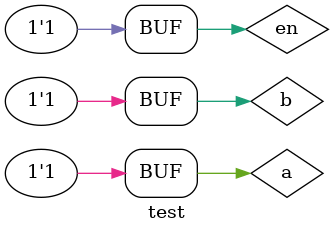
<source format=sv>
`timescale 1ns / 1ps


module test();
logic a,b,c,d,e,f,en;

decoder dut(
            .en(en),
            .a(a),
             .b(b),
             .c(c),
             .d(d),
             .e(e),
             .f(f)
             );
initial begin
    for(int i = 0;i<8;i++)begin
    
        {a,b,en} = i;
        #1;
    
    end
   end
            
endmodule

</source>
